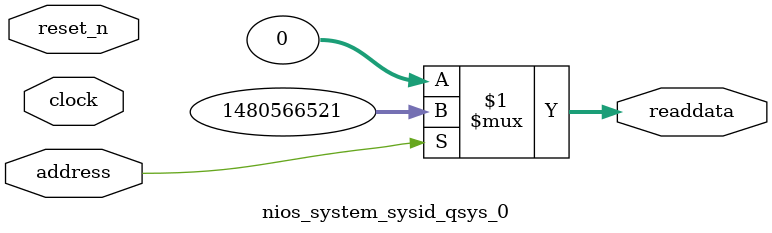
<source format=v>

`timescale 1ns / 1ps
// synthesis translate_on

// turn off superfluous verilog processor warnings 
// altera message_level Level1 
// altera message_off 10034 10035 10036 10037 10230 10240 10030 

module nios_system_sysid_qsys_0 (
               // inputs:
                address,
                clock,
                reset_n,

               // outputs:
                readdata
             )
;

  output  [ 31: 0] readdata;
  input            address;
  input            clock;
  input            reset_n;

  wire    [ 31: 0] readdata;
  //control_slave, which is an e_avalon_slave
  assign readdata = address ? 1480566521 : 0;

endmodule




</source>
